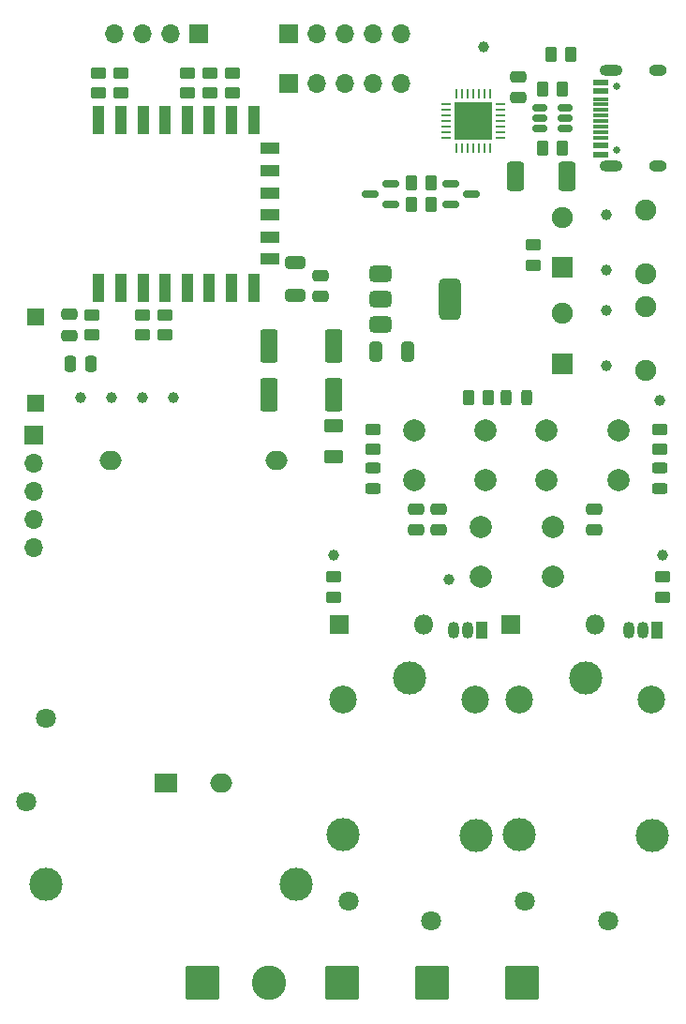
<source format=gts>
G04 #@! TF.GenerationSoftware,KiCad,Pcbnew,8.0.7*
G04 #@! TF.CreationDate,2025-01-28T00:38:19+01:00*
G04 #@! TF.ProjectId,CustomTemperatureController,43757374-6f6d-4546-956d-706572617475,rev?*
G04 #@! TF.SameCoordinates,Original*
G04 #@! TF.FileFunction,Soldermask,Top*
G04 #@! TF.FilePolarity,Negative*
%FSLAX46Y46*%
G04 Gerber Fmt 4.6, Leading zero omitted, Abs format (unit mm)*
G04 Created by KiCad (PCBNEW 8.0.7) date 2025-01-28 00:38:19*
%MOMM*%
%LPD*%
G01*
G04 APERTURE LIST*
G04 Aperture macros list*
%AMRoundRect*
0 Rectangle with rounded corners*
0 $1 Rounding radius*
0 $2 $3 $4 $5 $6 $7 $8 $9 X,Y pos of 4 corners*
0 Add a 4 corners polygon primitive as box body*
4,1,4,$2,$3,$4,$5,$6,$7,$8,$9,$2,$3,0*
0 Add four circle primitives for the rounded corners*
1,1,$1+$1,$2,$3*
1,1,$1+$1,$4,$5*
1,1,$1+$1,$6,$7*
1,1,$1+$1,$8,$9*
0 Add four rect primitives between the rounded corners*
20,1,$1+$1,$2,$3,$4,$5,0*
20,1,$1+$1,$4,$5,$6,$7,0*
20,1,$1+$1,$6,$7,$8,$9,0*
20,1,$1+$1,$8,$9,$2,$3,0*%
G04 Aperture macros list end*
%ADD10RoundRect,0.249999X-1.300001X-1.300001X1.300001X-1.300001X1.300001X1.300001X-1.300001X1.300001X0*%
%ADD11RoundRect,0.249999X1.300001X1.300001X-1.300001X1.300001X-1.300001X-1.300001X1.300001X-1.300001X0*%
%ADD12RoundRect,0.250000X0.550000X-1.250000X0.550000X1.250000X-0.550000X1.250000X-0.550000X-1.250000X0*%
%ADD13C,1.000000*%
%ADD14R,1.900000X1.900000*%
%ADD15C,1.900000*%
%ADD16RoundRect,0.250000X0.262500X0.450000X-0.262500X0.450000X-0.262500X-0.450000X0.262500X-0.450000X0*%
%ADD17RoundRect,0.250000X0.450000X-0.262500X0.450000X0.262500X-0.450000X0.262500X-0.450000X-0.262500X0*%
%ADD18RoundRect,0.250000X0.475000X-0.250000X0.475000X0.250000X-0.475000X0.250000X-0.475000X-0.250000X0*%
%ADD19C,1.800000*%
%ADD20O,1.800000X1.800000*%
%ADD21R,1.800000X1.800000*%
%ADD22RoundRect,0.150000X-0.587500X-0.150000X0.587500X-0.150000X0.587500X0.150000X-0.587500X0.150000X0*%
%ADD23RoundRect,0.250000X0.250000X0.475000X-0.250000X0.475000X-0.250000X-0.475000X0.250000X-0.475000X0*%
%ADD24RoundRect,0.250000X-0.262500X-0.450000X0.262500X-0.450000X0.262500X0.450000X-0.262500X0.450000X0*%
%ADD25C,2.000000*%
%ADD26RoundRect,0.062500X0.337500X0.062500X-0.337500X0.062500X-0.337500X-0.062500X0.337500X-0.062500X0*%
%ADD27RoundRect,0.062500X0.062500X0.337500X-0.062500X0.337500X-0.062500X-0.337500X0.062500X-0.337500X0*%
%ADD28R,3.350000X3.350000*%
%ADD29RoundRect,0.250000X-0.475000X0.250000X-0.475000X-0.250000X0.475000X-0.250000X0.475000X0.250000X0*%
%ADD30RoundRect,0.243750X-0.243750X-0.456250X0.243750X-0.456250X0.243750X0.456250X-0.243750X0.456250X0*%
%ADD31R,1.700000X1.700000*%
%ADD32O,1.700000X1.700000*%
%ADD33R,2.000000X1.700000*%
%ADD34O,2.000000X1.700000*%
%ADD35R,1.050000X1.500000*%
%ADD36O,1.050000X1.500000*%
%ADD37RoundRect,0.243750X0.456250X-0.243750X0.456250X0.243750X-0.456250X0.243750X-0.456250X-0.243750X0*%
%ADD38RoundRect,0.250000X-0.325000X-0.650000X0.325000X-0.650000X0.325000X0.650000X-0.325000X0.650000X0*%
%ADD39R,1.500000X1.500000*%
%ADD40RoundRect,0.250000X-0.450000X0.262500X-0.450000X-0.262500X0.450000X-0.262500X0.450000X0.262500X0*%
%ADD41RoundRect,0.150000X-0.512500X-0.150000X0.512500X-0.150000X0.512500X0.150000X-0.512500X0.150000X0*%
%ADD42C,3.000000*%
%ADD43C,2.500000*%
%ADD44R,1.000000X2.500000*%
%ADD45R,1.800000X1.000000*%
%ADD46RoundRect,0.249999X-0.512501X-1.075001X0.512501X-1.075001X0.512501X1.075001X-0.512501X1.075001X0*%
%ADD47RoundRect,0.150000X0.587500X0.150000X-0.587500X0.150000X-0.587500X-0.150000X0.587500X-0.150000X0*%
%ADD48C,0.650000*%
%ADD49R,1.450000X0.600000*%
%ADD50R,1.450000X0.300000*%
%ADD51O,2.100000X1.000000*%
%ADD52O,1.600000X1.000000*%
%ADD53RoundRect,0.250000X0.650000X-0.325000X0.650000X0.325000X-0.650000X0.325000X-0.650000X-0.325000X0*%
%ADD54RoundRect,0.250000X0.625000X-0.375000X0.625000X0.375000X-0.625000X0.375000X-0.625000X-0.375000X0*%
%ADD55RoundRect,0.375000X-0.625000X-0.375000X0.625000X-0.375000X0.625000X0.375000X-0.625000X0.375000X0*%
%ADD56RoundRect,0.500000X-0.500000X-1.400000X0.500000X-1.400000X0.500000X1.400000X-0.500000X1.400000X0*%
%ADD57C,3.100000*%
G04 APERTURE END LIST*
D10*
X109728000Y-146812000D03*
D11*
X125984000Y-146812000D03*
D10*
X117856000Y-146812000D03*
D12*
X103124000Y-93767000D03*
X103124000Y-89367000D03*
D13*
X122500000Y-62355500D03*
X133644000Y-91170500D03*
X133644000Y-86170500D03*
D14*
X129644000Y-90920500D03*
D15*
X129644000Y-86420500D03*
X137144000Y-91570500D03*
X137144000Y-85770500D03*
D13*
X86106000Y-93980000D03*
D16*
X129645300Y-66110500D03*
X127820300Y-66110500D03*
D17*
X127000000Y-82066500D03*
X127000000Y-80241500D03*
D18*
X132496000Y-105974000D03*
X132496000Y-104074000D03*
D17*
X112544000Y-98702500D03*
X112544000Y-96877500D03*
D19*
X110321600Y-139486400D03*
X117821600Y-141286400D03*
D20*
X117094000Y-114500000D03*
D21*
X109474000Y-114500000D03*
D22*
X119586600Y-74676000D03*
X119586600Y-76576000D03*
X121461600Y-75626000D03*
D13*
X138430000Y-94234000D03*
D23*
X87061000Y-90987500D03*
X85161000Y-90987500D03*
D24*
X121133500Y-93980000D03*
X122958500Y-93980000D03*
X128587500Y-63000000D03*
X130412500Y-63000000D03*
D25*
X134730000Y-101432000D03*
X128230000Y-101432000D03*
X134730000Y-96932000D03*
X128230000Y-96932000D03*
D26*
X124033800Y-70522500D03*
X124033800Y-70022500D03*
X124033800Y-69522500D03*
X124033800Y-69022500D03*
X124033800Y-68522500D03*
X124033800Y-68022500D03*
X124033800Y-67522500D03*
D27*
X123083800Y-66572500D03*
X122583800Y-66572500D03*
X122083800Y-66572500D03*
X121583800Y-66572500D03*
X121083800Y-66572500D03*
X120583800Y-66572500D03*
X120083800Y-66572500D03*
D26*
X119133800Y-67522500D03*
X119133800Y-68022500D03*
X119133800Y-68522500D03*
X119133800Y-69022500D03*
X119133800Y-69522500D03*
X119133800Y-70022500D03*
X119133800Y-70522500D03*
D27*
X120083800Y-71472500D03*
X120583800Y-71472500D03*
X121083800Y-71472500D03*
X121583800Y-71472500D03*
X122083800Y-71472500D03*
X122583800Y-71472500D03*
X123083800Y-71472500D03*
D28*
X121583800Y-69022500D03*
D29*
X116432000Y-104074000D03*
X116432000Y-105974000D03*
D30*
X124538500Y-93980000D03*
X126413500Y-93980000D03*
D31*
X104925000Y-65651500D03*
D32*
X107465000Y-65651500D03*
X110005000Y-65651500D03*
X112545000Y-65651500D03*
X115085000Y-65651500D03*
D33*
X93806000Y-128778000D03*
D34*
X98806000Y-128778000D03*
X88806000Y-99698000D03*
X103806000Y-99698000D03*
D25*
X122250000Y-105664000D03*
X128750000Y-105664000D03*
X122250000Y-110164000D03*
X128750000Y-110164000D03*
D17*
X138430000Y-98702500D03*
X138430000Y-96877500D03*
D35*
X122326400Y-115000000D03*
D36*
X121056400Y-115000000D03*
X119786400Y-115000000D03*
D13*
X138684000Y-108204000D03*
X88900000Y-93980000D03*
D19*
X81213500Y-130496000D03*
X83013500Y-122996000D03*
D17*
X138684000Y-112037500D03*
X138684000Y-110212500D03*
D37*
X112544000Y-102211500D03*
X112544000Y-100336500D03*
D38*
X112748400Y-89865200D03*
X115698400Y-89865200D03*
D29*
X85095000Y-86481500D03*
X85095000Y-88381500D03*
D17*
X108966000Y-112037500D03*
X108966000Y-110212500D03*
D19*
X133762400Y-141289800D03*
X126262400Y-139489800D03*
D13*
X119404000Y-110454000D03*
D37*
X138430000Y-102211500D03*
X138430000Y-100336500D03*
D31*
X96800000Y-61142500D03*
D32*
X94260000Y-61142500D03*
X91720000Y-61142500D03*
X89180000Y-61142500D03*
D39*
X82047000Y-86706500D03*
X82047000Y-94506500D03*
D40*
X93731000Y-86519000D03*
X93731000Y-88344000D03*
D18*
X107833000Y-84863000D03*
X107833000Y-82963000D03*
D40*
X91699000Y-86519000D03*
X91699000Y-88344000D03*
D13*
X133644000Y-82462500D03*
X133644000Y-77462500D03*
D14*
X129644000Y-82212500D03*
D15*
X129644000Y-77712500D03*
X137144000Y-82862500D03*
X137144000Y-77062500D03*
D17*
X97795000Y-66500000D03*
X97795000Y-64675000D03*
D12*
X108966000Y-89367000D03*
X108966000Y-93767000D03*
D35*
X138176000Y-115000000D03*
D36*
X136906000Y-115000000D03*
X135636000Y-115000000D03*
D13*
X94488000Y-93980000D03*
D41*
X127595300Y-67842500D03*
X127595300Y-68792500D03*
X127595300Y-69742500D03*
X129870300Y-69742500D03*
X129870300Y-68792500D03*
X129870300Y-67842500D03*
D21*
X124968000Y-114500000D03*
D20*
X132588000Y-114500000D03*
D24*
X115964800Y-74609800D03*
X117789800Y-74609800D03*
D17*
X99827000Y-66500000D03*
X99827000Y-64675000D03*
D29*
X118464000Y-104074000D03*
X118464000Y-105974000D03*
D42*
X131764000Y-119324600D03*
D43*
X125714000Y-121274600D03*
D42*
X125714000Y-133474600D03*
X137764000Y-133524600D03*
D43*
X137714000Y-121274600D03*
D31*
X104925000Y-61151500D03*
D32*
X107465000Y-61151500D03*
X110005000Y-61151500D03*
X112545000Y-61151500D03*
X115085000Y-61151500D03*
D13*
X108966000Y-108204000D03*
D16*
X129645300Y-71459500D03*
X127820300Y-71459500D03*
D42*
X82963500Y-137944000D03*
X105563500Y-137944000D03*
D16*
X117789800Y-76591000D03*
X115964800Y-76591000D03*
D44*
X87749000Y-84109500D03*
X89749000Y-84109500D03*
X91749000Y-84109500D03*
X93749000Y-84109500D03*
X95749000Y-84109500D03*
X97749000Y-84109500D03*
X99749000Y-84109500D03*
X101749000Y-84109500D03*
D45*
X103249000Y-81509500D03*
X103249000Y-79509500D03*
X103249000Y-77509500D03*
X103249000Y-75509500D03*
X103249000Y-73509500D03*
X103249000Y-71509500D03*
D44*
X101749000Y-68909500D03*
X99749000Y-68909500D03*
X97749000Y-68909500D03*
X95749000Y-68909500D03*
X93749000Y-68909500D03*
X91749000Y-68909500D03*
X89749000Y-68909500D03*
X87749000Y-68909500D03*
D46*
X125379300Y-74039500D03*
X130054300Y-74039500D03*
D47*
X114174100Y-76576000D03*
X114174100Y-74676000D03*
X112299100Y-75626000D03*
D40*
X87762000Y-64675000D03*
X87762000Y-66500000D03*
D48*
X134581800Y-71682500D03*
X134581800Y-65902500D03*
D49*
X133136800Y-72042500D03*
X133136800Y-71242500D03*
D50*
X133136800Y-70042500D03*
X133136800Y-69042500D03*
X133136800Y-68542500D03*
X133136800Y-67542500D03*
D49*
X133136800Y-66342500D03*
X133136800Y-65542500D03*
X133136800Y-65542500D03*
X133136800Y-66342500D03*
D50*
X133136800Y-67042500D03*
X133136800Y-68042500D03*
X133136800Y-69542500D03*
X133136800Y-70542500D03*
D49*
X133136800Y-71242500D03*
X133136800Y-72042500D03*
D51*
X134051800Y-73112500D03*
D52*
X138231800Y-73112500D03*
D51*
X134051800Y-64472500D03*
D52*
X138231800Y-64472500D03*
D53*
X105537000Y-84787000D03*
X105537000Y-81837000D03*
D54*
X108966000Y-99317000D03*
X108966000Y-96517000D03*
D40*
X89794000Y-64675000D03*
X89794000Y-66500000D03*
X87127000Y-86519000D03*
X87127000Y-88344000D03*
D55*
X113182000Y-82790000D03*
X113182000Y-85090000D03*
D56*
X119482000Y-85090000D03*
D55*
X113182000Y-87390000D03*
D17*
X95763000Y-66500000D03*
X95763000Y-64675000D03*
D13*
X91694000Y-93980000D03*
D18*
X125684800Y-66948500D03*
X125684800Y-65048500D03*
D10*
X97124000Y-146812000D03*
D57*
X103124000Y-146812000D03*
D31*
X81915000Y-97414000D03*
D32*
X81915000Y-99954000D03*
X81915000Y-102494000D03*
X81915000Y-105034000D03*
X81915000Y-107574000D03*
D25*
X122730000Y-101432000D03*
X116230000Y-101432000D03*
X122730000Y-96932000D03*
X116230000Y-96932000D03*
D43*
X121784000Y-121272000D03*
D42*
X121834000Y-133522000D03*
X109784000Y-133472000D03*
D43*
X109784000Y-121272000D03*
D42*
X115834000Y-119322000D03*
M02*

</source>
